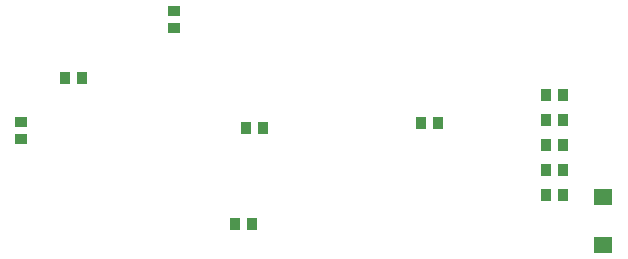
<source format=gbr>
G04*
G04 #@! TF.GenerationSoftware,Altium Limited,Altium Designer,24.6.1 (21)*
G04*
G04 Layer_Color=128*
%FSLAX25Y25*%
%MOIN*%
G70*
G04*
G04 #@! TF.SameCoordinates,070BA572-D09E-44C5-9521-77B36399D436*
G04*
G04*
G04 #@! TF.FilePolarity,Positive*
G04*
G01*
G75*
%ADD26R,0.03740X0.04134*%
%ADD30R,0.04134X0.03740*%
%ADD44R,0.06457X0.05512*%
D26*
X634791Y384500D02*
D03*
X640500Y384500D02*
D03*
X634791Y376104D02*
D03*
X640500D02*
D03*
X634880Y409372D02*
D03*
X640589D02*
D03*
X634830Y392757D02*
D03*
X640538D02*
D03*
X634880Y401016D02*
D03*
X640589D02*
D03*
X537000Y366500D02*
D03*
X531291D02*
D03*
X598854Y400000D02*
D03*
X593146D02*
D03*
X540500Y398500D02*
D03*
X534791D02*
D03*
X474646Y415000D02*
D03*
X480354D02*
D03*
D30*
X511000Y437354D02*
D03*
Y431646D02*
D03*
X460000Y400354D02*
D03*
Y394646D02*
D03*
D44*
X654000Y359567D02*
D03*
Y375433D02*
D03*
M02*

</source>
